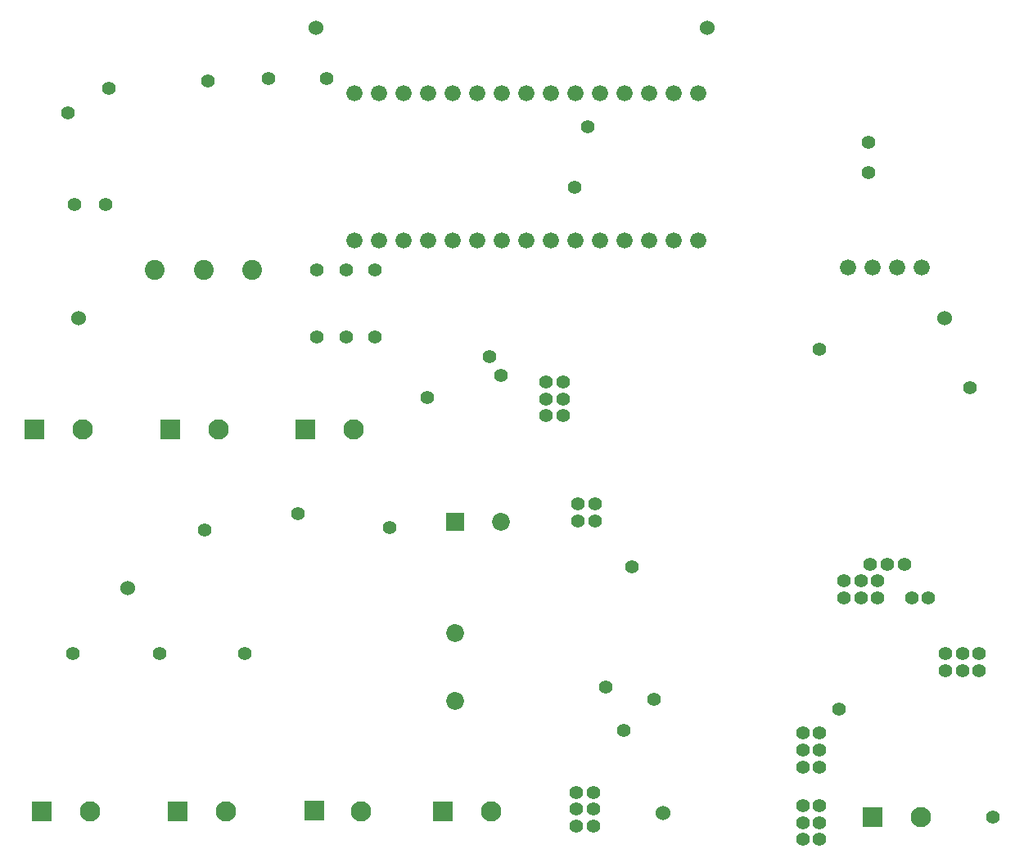
<source format=gbs>
G04*
G04 #@! TF.GenerationSoftware,Altium Limited,Altium Designer,21.3.2 (30)*
G04*
G04 Layer_Color=16711935*
%FSLAX44Y44*%
%MOMM*%
G71*
G04*
G04 #@! TF.SameCoordinates,3299A5E9-4645-4EFA-A6B2-4C4301D35EF0*
G04*
G04*
G04 #@! TF.FilePolarity,Negative*
G04*
G01*
G75*
%ADD105C,2.0500*%
%ADD106C,1.5240*%
%ADD107C,1.6740*%
%ADD108C,2.1000*%
%ADD109R,2.1000X2.1000*%
%ADD110C,1.8500*%
%ADD111R,1.8500X1.8500*%
%ADD112C,1.4200*%
D105*
X281250Y-330300D02*
D03*
X231250D02*
D03*
X181250D02*
D03*
D106*
X347500Y-80000D02*
D03*
X706250Y-892500D02*
D03*
X152500Y-660000D02*
D03*
X102500Y-380000D02*
D03*
X997500D02*
D03*
X752500Y-80000D02*
D03*
D107*
X743220Y-147560D02*
D03*
X717820D02*
D03*
X692420D02*
D03*
X667020D02*
D03*
X641620D02*
D03*
X616220D02*
D03*
X590820D02*
D03*
X565420D02*
D03*
X540020D02*
D03*
X514620D02*
D03*
X489220D02*
D03*
X463820D02*
D03*
X438420D02*
D03*
X413020D02*
D03*
X387620D02*
D03*
X743220Y-299960D02*
D03*
X717820D02*
D03*
X692420D02*
D03*
X667020D02*
D03*
X641620D02*
D03*
X616220D02*
D03*
X590820D02*
D03*
X565420D02*
D03*
X540020D02*
D03*
X514620D02*
D03*
X489220D02*
D03*
X463820D02*
D03*
X438420D02*
D03*
X413020D02*
D03*
X387620D02*
D03*
X974550Y-327500D02*
D03*
X949150D02*
D03*
X923750D02*
D03*
X898350D02*
D03*
D108*
X973750Y-897000D02*
D03*
X386567Y-495480D02*
D03*
X528750Y-891230D02*
D03*
X394362D02*
D03*
X106567Y-495480D02*
D03*
X254362Y-891230D02*
D03*
X114362D02*
D03*
X246567Y-495480D02*
D03*
D109*
X923750Y-897000D02*
D03*
X336567Y-495480D02*
D03*
X478750Y-891230D02*
D03*
X345633Y-889960D02*
D03*
X56567Y-495480D02*
D03*
X204363Y-891230D02*
D03*
X64363D02*
D03*
X196567Y-495480D02*
D03*
D110*
X491750Y-776230D02*
D03*
Y-706230D02*
D03*
X538750Y-591230D02*
D03*
D111*
X491750D02*
D03*
D112*
X615000Y-245000D02*
D03*
X647500Y-762500D02*
D03*
X1033750Y-745000D02*
D03*
X527500Y-420000D02*
D03*
X462500Y-462500D02*
D03*
X697500Y-775000D02*
D03*
X348750Y-330000D02*
D03*
X408750D02*
D03*
X378750D02*
D03*
X97500Y-262500D02*
D03*
X130000D02*
D03*
X348750Y-400000D02*
D03*
X408750D02*
D03*
X378750D02*
D03*
X328750Y-582500D02*
D03*
X273750Y-727500D02*
D03*
X186250D02*
D03*
X96250D02*
D03*
X617083Y-871129D02*
D03*
X634583D02*
D03*
Y-888629D02*
D03*
X617083D02*
D03*
Y-906129D02*
D03*
X634583D02*
D03*
X603420Y-481315D02*
D03*
X585920D02*
D03*
Y-463815D02*
D03*
X603420D02*
D03*
Y-446315D02*
D03*
X585920D02*
D03*
X918750Y-230000D02*
D03*
X1023750Y-452500D02*
D03*
X232604Y-599514D02*
D03*
X888750Y-785000D02*
D03*
X618750Y-590000D02*
D03*
X636250D02*
D03*
Y-572500D02*
D03*
X618750D02*
D03*
X674085Y-637500D02*
D03*
X666250Y-807500D02*
D03*
X1048201Y-897030D02*
D03*
X1016250Y-727500D02*
D03*
X1033750D02*
D03*
X1016250Y-745000D02*
D03*
X998750Y-727500D02*
D03*
Y-745000D02*
D03*
X851250Y-810000D02*
D03*
X868750D02*
D03*
Y-827500D02*
D03*
X851250D02*
D03*
Y-845000D02*
D03*
X868750D02*
D03*
X911250Y-652500D02*
D03*
X893750D02*
D03*
Y-670000D02*
D03*
X911250D02*
D03*
X928750D02*
D03*
X963750D02*
D03*
X91250Y-167500D02*
D03*
X236250Y-135000D02*
D03*
X133750Y-142500D02*
D03*
X868750Y-920000D02*
D03*
X851250D02*
D03*
Y-902500D02*
D03*
X868750D02*
D03*
Y-885000D02*
D03*
X851250D02*
D03*
X868750Y-412500D02*
D03*
X423610Y-597176D02*
D03*
X538750Y-440000D02*
D03*
X956250Y-635000D02*
D03*
X928750Y-652500D02*
D03*
X981250Y-670000D02*
D03*
X921250Y-635000D02*
D03*
X938750D02*
D03*
X298750Y-132500D02*
D03*
X358750D02*
D03*
X628750Y-182500D02*
D03*
X918750Y-198730D02*
D03*
M02*

</source>
